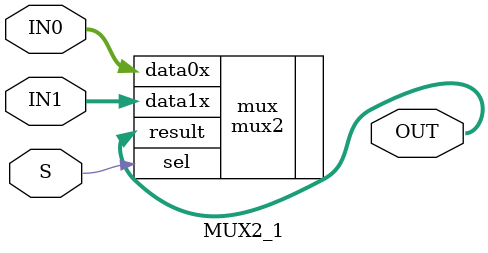
<source format=v>
module MUX2_1 #(parameter size = 32) (OUT, S, IN0, IN1);
    input [size-1:0] IN0, IN1; // Select between branch address or jump address
    output [size-1:0] OUT; // OUT is directly assigned
    input S; // Opcode for jump from control unit (if op_jump = 1) ==> select address jump after shift left by 2

    
	
	 	 mux2 mux (
	.data0x(IN0),
	.data1x(IN1),
	.sel(S),
	.result(OUT)
	);
	 
	

endmodule
</source>
